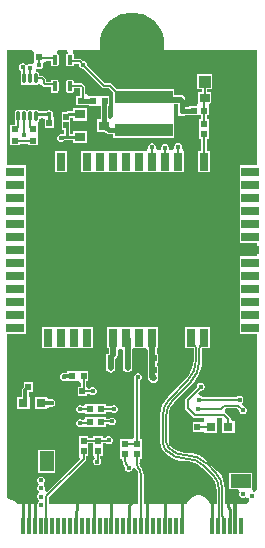
<source format=gtl>
G04*
G04 #@! TF.GenerationSoftware,Altium Limited,Altium Designer,24.4.1 (13)*
G04*
G04 Layer_Physical_Order=1*
G04 Layer_Color=255*
%FSLAX44Y44*%
%MOMM*%
G71*
G04*
G04 #@! TF.SameCoordinates,8810BBE3-700E-470D-A85D-18A7825838DF*
G04*
G04*
G04 #@! TF.FilePolarity,Positive*
G04*
G01*
G75*
%ADD13R,0.5153X0.4725*%
%ADD14R,0.5000X0.6000*%
%ADD15R,0.6000X0.5500*%
%ADD16R,0.6153X0.5725*%
%ADD17R,1.7062X1.1546*%
%ADD18R,1.1000X1.1000*%
%ADD19R,0.8000X1.5000*%
%ADD20R,1.5000X0.8000*%
%ADD21R,0.8000X0.8000*%
%ADD22R,0.9000X0.8000*%
%ADD23R,4.9000X1.1000*%
G04:AMPARAMS|DCode=24|XSize=0.4mm|YSize=0.85mm|CornerRadius=0.05mm|HoleSize=0mm|Usage=FLASHONLY|Rotation=180.000|XOffset=0mm|YOffset=0mm|HoleType=Round|Shape=RoundedRectangle|*
%AMROUNDEDRECTD24*
21,1,0.4000,0.7500,0,0,180.0*
21,1,0.3000,0.8500,0,0,180.0*
1,1,0.1000,-0.1500,0.3750*
1,1,0.1000,0.1500,0.3750*
1,1,0.1000,0.1500,-0.3750*
1,1,0.1000,-0.1500,-0.3750*
%
%ADD24ROUNDEDRECTD24*%
G04:AMPARAMS|DCode=25|XSize=0.3mm|YSize=0.8mm|CornerRadius=0.0495mm|HoleSize=0mm|Usage=FLASHONLY|Rotation=0.000|XOffset=0mm|YOffset=0mm|HoleType=Round|Shape=RoundedRectangle|*
%AMROUNDEDRECTD25*
21,1,0.3000,0.7010,0,0,0.0*
21,1,0.2010,0.8000,0,0,0.0*
1,1,0.0990,0.1005,-0.3505*
1,1,0.0990,-0.1005,-0.3505*
1,1,0.0990,-0.1005,0.3505*
1,1,0.0990,0.1005,0.3505*
%
%ADD25ROUNDEDRECTD25*%
%ADD26R,0.5725X0.6153*%
%ADD27R,1.0500X2.2000*%
%ADD28R,1.0000X1.0500*%
%ADD29R,0.3627X0.4541*%
%ADD30R,0.8500X0.6500*%
%ADD31R,0.6000X0.5000*%
%ADD32R,0.5811X0.4725*%
%ADD33R,0.4725X0.5811*%
%ADD34R,0.5500X0.6000*%
%ADD35R,0.3500X1.4500*%
%ADD36R,1.1546X1.7062*%
%ADD49C,0.1608*%
%ADD50C,0.1778*%
%ADD51C,0.3048*%
%ADD52C,0.2540*%
%ADD53C,0.5080*%
%ADD54C,0.1905*%
%ADD55C,0.3810*%
%ADD56C,0.4064*%
%ADD57C,5.5000*%
G36*
X215922Y318370D02*
X201230D01*
Y307830D01*
X201230D01*
Y307370D01*
X201230D01*
Y296830D01*
X201230D01*
Y296370D01*
X201230D01*
Y285830D01*
X201230D01*
Y285370D01*
X201230D01*
Y274830D01*
X201230D01*
Y274370D01*
X201230D01*
Y263830D01*
X201230D01*
Y263370D01*
X201230D01*
Y252830D01*
X215922D01*
Y241370D01*
X201230D01*
Y230830D01*
X201230D01*
Y230370D01*
X201230D01*
Y219830D01*
X201230D01*
Y219370D01*
X201230D01*
Y208830D01*
X201230D01*
Y208370D01*
X201230D01*
Y197830D01*
X201230D01*
Y197370D01*
X201230D01*
Y186830D01*
X201230D01*
Y186370D01*
X201230D01*
Y175830D01*
X215922D01*
X215922Y43376D01*
X213382Y42066D01*
X211970Y42943D01*
X211801Y44197D01*
X211801Y44264D01*
X211801Y44462D01*
Y58285D01*
X192199D01*
Y44199D01*
X199884D01*
X200633Y42905D01*
X201091Y41659D01*
X200698Y40710D01*
Y39397D01*
X201201Y38183D01*
X202130Y37254D01*
X203343Y36752D01*
X204657D01*
X205507Y37104D01*
X205901Y37248D01*
X208331Y36755D01*
X208558Y36543D01*
X208793Y35190D01*
X208626Y33663D01*
X208588Y33541D01*
X207209Y32162D01*
X207209Y32162D01*
X206767Y31500D01*
X188553D01*
Y44329D01*
X188620D01*
X188193Y48664D01*
X186928Y52833D01*
X184874Y56676D01*
X182111Y60044D01*
X182064Y59997D01*
X182064Y59997D01*
X174513Y67547D01*
X174513Y67547D01*
X174571Y67605D01*
X170707Y70777D01*
X166298Y73133D01*
X161514Y74584D01*
X156539Y75075D01*
Y75075D01*
X154035Y75160D01*
X152114Y75349D01*
X148589Y76419D01*
X145340Y78155D01*
X142503Y80483D01*
X142495Y80495D01*
X142486Y80501D01*
X141469Y82023D01*
X141112Y83818D01*
X141115Y83828D01*
Y107000D01*
X141090Y107122D01*
X141579Y110837D01*
X143060Y114413D01*
X145341Y117385D01*
X145445Y117455D01*
X160224Y132234D01*
X160262Y132197D01*
X163355Y135818D01*
X165843Y139879D01*
X167666Y144279D01*
X168778Y148910D01*
X169151Y153657D01*
X169098D01*
Y163214D01*
X169510Y163830D01*
X176270D01*
Y181370D01*
X165730D01*
X165730Y181370D01*
X165270D01*
Y181370D01*
X163190Y181370D01*
X154730D01*
Y163830D01*
X161991D01*
Y153697D01*
X162009Y153610D01*
X161569Y149149D01*
X160243Y144776D01*
X158089Y140746D01*
X155245Y137281D01*
X155171Y137232D01*
X140411Y122471D01*
X140411Y122471D01*
X140365Y122517D01*
X137638Y119194D01*
X135612Y115403D01*
X134364Y111290D01*
X133943Y107012D01*
X134008D01*
X134008Y107012D01*
Y83804D01*
X133947D01*
X134350Y80744D01*
X135531Y77893D01*
X135969Y77322D01*
X137433Y75388D01*
Y75388D01*
X141358Y72167D01*
X145836Y69773D01*
X150695Y68299D01*
X155749Y67801D01*
Y67801D01*
X158254Y67716D01*
X160099Y67535D01*
X163546Y66489D01*
X166722Y64791D01*
X169501Y62511D01*
X169505Y62505D01*
X177005Y55005D01*
X176996Y54995D01*
X178880Y52699D01*
X180280Y50080D01*
X181142Y47238D01*
X181433Y44282D01*
X181447D01*
Y31500D01*
X175948D01*
X175902Y31731D01*
X175007Y33894D01*
X174123Y35217D01*
X172467Y36872D01*
X171144Y37757D01*
X171144Y37757D01*
X168981Y38652D01*
X168981Y38653D01*
X167421Y38963D01*
X165079D01*
X163519Y38653D01*
X163519Y38652D01*
X161356Y37757D01*
X160033Y36872D01*
X158377Y35217D01*
X157493Y33894D01*
X157493Y33894D01*
X156597Y31731D01*
X156552Y31500D01*
X119766D01*
Y52564D01*
Y56402D01*
X119724Y56614D01*
X119382Y59209D01*
X118395Y61592D01*
X118299Y61824D01*
X116970Y63562D01*
X116270Y65848D01*
X116220Y66098D01*
X116266Y66332D01*
Y69480D01*
X118020D01*
Y77980D01*
Y86520D01*
X116266D01*
Y135950D01*
X116870Y136201D01*
X117799Y137130D01*
X118302Y138343D01*
Y139657D01*
X117799Y140870D01*
X116870Y141799D01*
X115657Y142302D01*
X114343D01*
X113130Y141799D01*
X112201Y140870D01*
X111698Y139657D01*
Y138343D01*
X111852Y137972D01*
X111734Y137381D01*
Y88334D01*
X109980Y86520D01*
X108020D01*
Y86520D01*
X99980D01*
Y77980D01*
Y69480D01*
X101750D01*
X102156Y66399D01*
X103387Y63425D01*
X103646Y63088D01*
Y61815D01*
X104149Y60602D01*
X105078Y59673D01*
X106292Y59170D01*
X107605D01*
X108819Y59673D01*
X109748Y60602D01*
X110186Y61660D01*
X110759Y61855D01*
X112790Y62010D01*
X113037Y61415D01*
X113427Y60921D01*
X114792Y58946D01*
X114848Y58863D01*
X115286Y56663D01*
X115234Y56402D01*
Y52564D01*
Y31500D01*
X39766D01*
Y37561D01*
X70602Y68398D01*
X71094Y69133D01*
X71266Y70000D01*
Y72480D01*
X73020D01*
Y82984D01*
X76980D01*
Y72480D01*
X77709D01*
X78166Y69940D01*
X77713Y69486D01*
X77210Y68273D01*
Y66959D01*
X77713Y65745D01*
X78642Y64817D01*
X79855Y64314D01*
X81169D01*
X82382Y64817D01*
X83311Y65745D01*
X83814Y66959D01*
Y68273D01*
X83311Y69486D01*
X83022Y69776D01*
Y72480D01*
X85020D01*
Y82984D01*
X88083D01*
X88292Y82775D01*
X89506Y82272D01*
X90819D01*
X92033Y82775D01*
X92962Y83704D01*
X93464Y84917D01*
Y86231D01*
X92962Y87444D01*
X92033Y88373D01*
X90819Y88876D01*
X89506D01*
X88292Y88373D01*
X87560Y87641D01*
X85020Y87818D01*
Y89520D01*
X76980D01*
Y87516D01*
X73020D01*
Y89520D01*
X64980D01*
Y80980D01*
Y72480D01*
X64980D01*
X65735Y69940D01*
X37603Y41808D01*
X35679Y43295D01*
X36182Y44509D01*
Y45823D01*
X35679Y47036D01*
X35041Y48465D01*
X35799Y49775D01*
X36302Y50988D01*
Y52302D01*
X35799Y53516D01*
X34870Y54444D01*
X33657Y54947D01*
X32343D01*
X31130Y54444D01*
X30201Y53516D01*
X29698Y52302D01*
Y50988D01*
X30201Y49775D01*
X30840Y48346D01*
X30081Y47036D01*
X29578Y45823D01*
Y44509D01*
X30081Y43295D01*
X30209Y43167D01*
X30793Y41664D01*
X30259Y39928D01*
X30201Y39870D01*
X29698Y38657D01*
Y37343D01*
X30201Y36130D01*
X30850Y34500D01*
X30201Y32870D01*
X29698Y31657D01*
Y31500D01*
X13233D01*
X12791Y32162D01*
X11412Y33541D01*
X11412Y33541D01*
X10088Y34425D01*
X10088Y34425D01*
X8286Y35172D01*
X7699Y35289D01*
X7125Y35463D01*
X6150Y35559D01*
X4078Y37200D01*
X4078Y175830D01*
X19770D01*
Y186370D01*
X19770D01*
Y186830D01*
X19770D01*
Y197370D01*
X19770D01*
Y197830D01*
X19770D01*
Y208370D01*
X19770D01*
Y208830D01*
X19770D01*
Y219370D01*
X19770D01*
Y219830D01*
X19770D01*
Y230370D01*
X19770D01*
Y230830D01*
X19770D01*
Y241370D01*
X19770D01*
Y241830D01*
X19770D01*
Y252370D01*
X19770D01*
Y252830D01*
X19770D01*
Y263370D01*
X19770D01*
Y263830D01*
X19770D01*
Y274370D01*
X19770D01*
Y274830D01*
X19770D01*
Y285370D01*
X19770D01*
Y285830D01*
X19770D01*
Y296370D01*
X19770D01*
Y296830D01*
X19770D01*
Y307370D01*
X19770D01*
Y307830D01*
X19770D01*
Y318370D01*
X4078D01*
X4078Y415922D01*
X25140D01*
X26939Y414132D01*
X26939Y413382D01*
X26939Y405868D01*
X26325Y404809D01*
X25419Y403972D01*
X25166Y403860D01*
X24043Y404325D01*
X22729D01*
X22607Y404274D01*
X20230Y403377D01*
X19301Y404306D01*
X18087Y404809D01*
X16774D01*
X15560Y404306D01*
X14631Y403377D01*
X14128Y402164D01*
Y400850D01*
X14631Y399637D01*
X15280Y398988D01*
X15615Y398203D01*
X15832Y396194D01*
X15695Y395505D01*
Y388495D01*
X15832Y387806D01*
X16222Y387223D01*
X16806Y386832D01*
X17495Y386695D01*
X19505D01*
X20194Y386832D01*
X20777Y387223D01*
X21223D01*
X21806Y386832D01*
X22495Y386695D01*
X24505D01*
X25194Y386832D01*
X26000Y387138D01*
X26806Y386832D01*
X27495Y386695D01*
X29505D01*
X30194Y386832D01*
X30362Y386945D01*
X31465Y387044D01*
X33313Y386565D01*
X33398Y386439D01*
X34439Y385398D01*
X35174Y384906D01*
X36042Y384734D01*
X41195D01*
Y381730D01*
X41333Y381039D01*
X41724Y380454D01*
X42309Y380063D01*
X43000Y379925D01*
X46000D01*
X46691Y380063D01*
X47276Y380454D01*
X47667Y381039D01*
X47805Y381730D01*
Y389230D01*
X47667Y389921D01*
X47276Y390506D01*
X46691Y390897D01*
X46000Y391035D01*
X43000D01*
X42309Y390897D01*
X41724Y390506D01*
X41333Y389921D01*
X41203Y389266D01*
X37266D01*
Y390959D01*
X37094Y391826D01*
X36602Y392561D01*
X35561Y393602D01*
X34826Y394094D01*
X33958Y394266D01*
X31305D01*
Y395505D01*
X31168Y396194D01*
X30777Y396777D01*
X30194Y397168D01*
X29505Y397305D01*
X28905Y397897D01*
X28345Y399363D01*
X28674Y399643D01*
X29731Y400307D01*
X30757Y399882D01*
X32071D01*
X33284Y400385D01*
X34213Y401314D01*
X34716Y402527D01*
Y403707D01*
X35632Y405868D01*
X37710Y406984D01*
X41195D01*
Y404230D01*
X41333Y403539D01*
X41724Y402954D01*
X42309Y402563D01*
X43000Y402425D01*
X46000D01*
X46691Y402563D01*
X47276Y402954D01*
X47667Y403539D01*
X47805Y404230D01*
Y411730D01*
X47667Y412421D01*
X47276Y413006D01*
X46691Y413397D01*
X47019Y415922D01*
X54981D01*
X55309Y413397D01*
X54724Y413006D01*
X54333Y412421D01*
X54195Y411730D01*
Y404230D01*
X54333Y403539D01*
X54724Y402954D01*
X55309Y402563D01*
X56000Y402425D01*
X59000D01*
X59691Y402563D01*
X60276Y402954D01*
X60667Y403539D01*
X60783Y404123D01*
X64672D01*
X65411Y403384D01*
Y402630D01*
X65914Y401416D01*
X66843Y400487D01*
X68057Y399985D01*
X68811D01*
X84398Y384398D01*
X85133Y383906D01*
X86000Y383734D01*
X90061D01*
X94230Y379565D01*
Y379510D01*
X94000Y379000D01*
Y359034D01*
X91563Y357770D01*
X89737Y358611D01*
Y368980D01*
X90770D01*
Y377520D01*
X83310D01*
X83230Y377520D01*
X80770D01*
X80690Y377520D01*
X73230D01*
X71118Y378554D01*
X70266Y379262D01*
Y384958D01*
X70093Y385826D01*
X69602Y386561D01*
X68561Y387602D01*
X67826Y388093D01*
X66958Y388266D01*
X60805D01*
Y389230D01*
X60667Y389921D01*
X60276Y390506D01*
X59691Y390897D01*
X59000Y391035D01*
X56000D01*
X55309Y390897D01*
X54724Y390506D01*
X54333Y389921D01*
X54195Y389230D01*
Y381730D01*
X54333Y381039D01*
X54724Y380454D01*
X55309Y380063D01*
X56000Y379925D01*
X59000D01*
X59691Y380063D01*
X60276Y380454D01*
X60667Y381039D01*
X60805Y381730D01*
Y383734D01*
X65734D01*
Y376870D01*
X62480D01*
Y369606D01*
X70831D01*
Y369606D01*
X73230Y369266D01*
Y368980D01*
X80690D01*
X80770Y368980D01*
X83263Y368866D01*
Y357270D01*
X80230D01*
Y346730D01*
X87192D01*
X88211Y345711D01*
X89261Y345009D01*
X90500Y344763D01*
X94230D01*
Y341230D01*
X145770D01*
Y354770D01*
X145500D01*
Y369230D01*
X145770D01*
Y370115D01*
X148724D01*
Y364059D01*
X148878Y363288D01*
Y360519D01*
X155045D01*
Y361182D01*
X158246D01*
Y360647D01*
X168734D01*
Y357632D01*
X166868D01*
Y348939D01*
Y340368D01*
X168734D01*
Y330370D01*
X165730D01*
Y312830D01*
X176270D01*
Y330370D01*
X173266D01*
Y340368D01*
X175132D01*
Y348939D01*
Y357632D01*
X173266D01*
Y360647D01*
X175511D01*
Y368912D01*
X175511D01*
X176315Y371119D01*
X176815D01*
Y380159D01*
X173561D01*
Y382854D01*
X177574D01*
Y395894D01*
X165034D01*
Y382854D01*
X169029D01*
Y380159D01*
X165775D01*
Y371119D01*
X165775D01*
X164971Y368912D01*
X158246D01*
Y367657D01*
X155199D01*
Y373038D01*
X154952Y374277D01*
X154777Y374539D01*
X154589Y375487D01*
X153747Y376747D01*
X152487Y377589D01*
X151000Y377885D01*
X145770D01*
Y382770D01*
X97435D01*
X92602Y387602D01*
X91867Y388093D01*
X91000Y388266D01*
X86939D01*
X72015Y403189D01*
Y403943D01*
X71513Y405157D01*
X70584Y406086D01*
X69370Y406589D01*
X68616D01*
X67213Y407991D01*
X66478Y408483D01*
X65611Y408655D01*
X60805D01*
Y411730D01*
X60667Y412421D01*
X60276Y413006D01*
X59691Y413397D01*
X60019Y415922D01*
X215922D01*
X215922Y318370D01*
D02*
G37*
%LPC*%
G36*
X29505Y365305D02*
X27495D01*
X26806Y365168D01*
X26000Y364862D01*
X25194Y365168D01*
X24505Y365305D01*
X22495D01*
X21806Y365168D01*
X21223Y364777D01*
X20777D01*
X20194Y365168D01*
X19505Y365305D01*
X17495D01*
X16806Y365168D01*
X16000Y364862D01*
X15194Y365168D01*
X14505Y365305D01*
X12495D01*
X11806Y365168D01*
X11222Y364777D01*
X10832Y364194D01*
X10696Y363505D01*
Y356495D01*
X10832Y355806D01*
X11164Y355310D01*
X10669Y352770D01*
X6730D01*
Y345230D01*
X6730D01*
Y342770D01*
X6730D01*
Y335230D01*
X15270D01*
Y336734D01*
X21730D01*
Y335230D01*
X30270D01*
Y342770D01*
X30270D01*
Y345230D01*
X30270D01*
Y352770D01*
X30270Y352770D01*
X30664Y355147D01*
X30777Y355223D01*
X31168Y355806D01*
X31305Y356495D01*
Y357968D01*
X33374Y358744D01*
X35868Y357599D01*
Y349939D01*
X44132D01*
Y358632D01*
X44132Y358632D01*
X43115Y361172D01*
X43126Y361198D01*
Y362512D01*
X42623Y363726D01*
X41694Y364655D01*
X40480Y365157D01*
X39167D01*
X37953Y364655D01*
X37452Y364153D01*
X31176D01*
X31168Y364194D01*
X30777Y364777D01*
X30194Y365168D01*
X29505Y365305D01*
D02*
G37*
G36*
X71770Y366770D02*
X60230D01*
Y364090D01*
X55302D01*
X54311Y363893D01*
X54218Y363831D01*
X50368D01*
Y355480D01*
Y348169D01*
X52503D01*
Y345090D01*
X51476D01*
X50485Y344893D01*
X50127Y344654D01*
X49258D01*
X48045Y344151D01*
X47116Y343222D01*
X46613Y342008D01*
Y340695D01*
X47116Y339481D01*
X48045Y338552D01*
X49258Y338050D01*
X50572D01*
X51786Y338552D01*
X52715Y339481D01*
X52892Y339910D01*
X60230D01*
Y337230D01*
X71770D01*
Y347770D01*
X60230D01*
Y345090D01*
X57682D01*
Y351252D01*
X57632Y351502D01*
Y358910D01*
X60230D01*
Y356230D01*
X71770D01*
Y366770D01*
D02*
G37*
G36*
X149680Y337477D02*
X148367D01*
X147153Y336975D01*
X146224Y336046D01*
X145722Y334832D01*
Y333518D01*
X145822Y333275D01*
X144534Y331031D01*
X142329Y331077D01*
X141125Y332657D01*
Y333970D01*
X140622Y335184D01*
X139693Y336113D01*
X138480Y336616D01*
X137166D01*
X135952Y336113D01*
X135023Y335184D01*
X134521Y333970D01*
Y332657D01*
X133600Y331448D01*
X132566Y331226D01*
X131790Y331362D01*
X130211Y333375D01*
Y334688D01*
X129708Y335902D01*
X128779Y336831D01*
X127566Y337334D01*
X126252D01*
X125039Y336831D01*
X124110Y335902D01*
X123607Y334688D01*
Y333375D01*
X123799Y332910D01*
X122829Y330886D01*
X122312Y330370D01*
X119190Y330370D01*
X110730Y330370D01*
X108190Y330370D01*
X99730Y330370D01*
X97190Y330370D01*
X88730Y330370D01*
X86190Y330370D01*
X77730Y330370D01*
X75190Y330370D01*
X66730D01*
Y312830D01*
X75190D01*
X77270Y312830D01*
X79810Y312830D01*
X88270Y312830D01*
X90810Y312830D01*
X99270Y312830D01*
X101810Y312830D01*
X110270Y312830D01*
X112810Y312830D01*
X121270Y312830D01*
X123810Y312830D01*
X132270Y312830D01*
X134810Y312830D01*
X143270Y312830D01*
X145810Y312830D01*
X154270D01*
Y330370D01*
X153480D01*
X152910Y331036D01*
X152074Y332910D01*
X152326Y333518D01*
Y334832D01*
X151823Y336046D01*
X150894Y336975D01*
X149680Y337477D01*
D02*
G37*
G36*
X55270Y330370D02*
X44730D01*
Y312830D01*
X55270D01*
Y330370D01*
D02*
G37*
G36*
X121730Y181370D02*
X119190Y181370D01*
X110730Y181370D01*
X108190Y181370D01*
X99730Y181370D01*
X97190Y181370D01*
X88730D01*
Y163830D01*
X90115D01*
Y158858D01*
X87962D01*
Y155417D01*
X87923Y155226D01*
X87946Y155114D01*
Y146884D01*
X88242Y145397D01*
X89084Y144137D01*
X90344Y143295D01*
X91831Y142999D01*
X93317Y143295D01*
X94577Y144137D01*
X95420Y145397D01*
X95715Y146884D01*
Y154122D01*
X96747Y154812D01*
X97589Y156072D01*
X97885Y157559D01*
Y162153D01*
X99730Y163830D01*
X100497D01*
X102293Y162034D01*
Y155037D01*
X102330Y154852D01*
Y147185D01*
X102293Y147000D01*
X102589Y145513D01*
X103431Y144253D01*
X104691Y143411D01*
X106178Y143115D01*
X107664Y143411D01*
X108925Y144253D01*
X108961Y144290D01*
X109803Y145550D01*
X110099Y147037D01*
Y155000D01*
X110062Y155185D01*
Y161567D01*
X110730Y163830D01*
X112810Y163830D01*
X121270Y163830D01*
X123115Y162153D01*
Y139214D01*
X123411Y137728D01*
X124253Y136468D01*
X125468Y135253D01*
X126728Y134411D01*
X128214Y134115D01*
X129701Y134411D01*
X130961Y135253D01*
X131803Y136513D01*
X132099Y138000D01*
X131934Y138828D01*
X132061Y141368D01*
X132061Y141368D01*
Y148632D01*
X130885D01*
Y151368D01*
X132061D01*
Y158632D01*
X130885D01*
Y163830D01*
X132270D01*
Y181370D01*
X121730Y181370D01*
D02*
G37*
G36*
X66730D02*
X64190Y181370D01*
X55730Y181370D01*
X53190Y181370D01*
X44730Y181370D01*
X42190Y181370D01*
X33730D01*
Y163830D01*
X42190D01*
X44270Y163830D01*
X46810Y163830D01*
X55270Y163830D01*
X57810Y163830D01*
X66270Y163830D01*
X68810Y163830D01*
X77270D01*
Y181370D01*
X66730Y181370D01*
D02*
G37*
G36*
X65230Y144270D02*
X62770D01*
X62690Y144270D01*
X55230D01*
Y142849D01*
X52102D01*
X51576Y142744D01*
X51445D01*
X51324Y142694D01*
X51012Y142632D01*
X50747Y142455D01*
X50232Y142241D01*
X49303Y141313D01*
X48800Y140099D01*
Y138785D01*
X49303Y137572D01*
X50232Y136643D01*
X51445Y136140D01*
X52759D01*
X55230Y135730D01*
Y135730D01*
X62690D01*
X62770Y135730D01*
X65230D01*
X66734Y133780D01*
Y130632D01*
X63939D01*
Y123368D01*
X71632D01*
Y124734D01*
X74379D01*
X74740Y124373D01*
X75954Y123870D01*
X77268D01*
X78481Y124373D01*
X79410Y125302D01*
X79913Y126515D01*
Y127829D01*
X79410Y129043D01*
X78481Y129972D01*
X77268Y130474D01*
X75954D01*
X74740Y129972D01*
X74172Y129403D01*
X71632Y129598D01*
Y130632D01*
X71266D01*
Y135730D01*
X72770D01*
Y144270D01*
X65310D01*
X65230Y144270D01*
D02*
G37*
G36*
X87520Y116020D02*
X70480D01*
Y115386D01*
X67940Y114730D01*
X67870Y114799D01*
X66657Y115302D01*
X65343D01*
X64130Y114799D01*
X63201Y113870D01*
X62698Y112657D01*
Y111343D01*
X63201Y110130D01*
X64130Y109201D01*
X65343Y108698D01*
X66657D01*
X67870Y109201D01*
X67940Y109270D01*
X70480Y108615D01*
Y107980D01*
X87520D01*
Y109734D01*
X92608D01*
X92923Y109419D01*
X94137Y108917D01*
X95450D01*
X96664Y109419D01*
X97593Y110348D01*
X98095Y111562D01*
Y112875D01*
X97593Y114089D01*
X96664Y115018D01*
X95450Y115521D01*
X94137D01*
X92923Y115018D01*
X92171Y114266D01*
X87520D01*
Y116020D01*
D02*
G37*
G36*
X38149Y122598D02*
X27608D01*
Y112058D01*
X38149D01*
Y112637D01*
X38635Y113132D01*
X40689Y114125D01*
X41135Y113940D01*
X42449D01*
X43663Y114442D01*
X44591Y115371D01*
X45094Y116585D01*
Y117898D01*
X44591Y119112D01*
X43663Y120041D01*
X42449Y120544D01*
X41135D01*
X40689Y120358D01*
X38149Y121394D01*
Y122598D01*
D02*
G37*
G36*
X25770Y135270D02*
X18230D01*
Y130759D01*
X17486Y130014D01*
X16868Y129090D01*
X16651Y128000D01*
X16651Y128000D01*
Y122598D01*
X12608D01*
Y112058D01*
X23148D01*
Y122598D01*
X22349D01*
Y126730D01*
X25770D01*
Y135270D01*
D02*
G37*
G36*
X168657Y134302D02*
X167343D01*
X166130Y133799D01*
X165201Y132870D01*
X164698Y131657D01*
Y130903D01*
X155398Y121602D01*
X154906Y120867D01*
X154734Y120000D01*
Y113000D01*
X154906Y112133D01*
X155398Y111398D01*
X161398Y105398D01*
X162133Y104906D01*
X163000Y104734D01*
X171046D01*
X171230Y102270D01*
X171230Y102194D01*
Y101463D01*
X168770Y101270D01*
Y101270D01*
X161230D01*
Y92730D01*
X168770D01*
Y92730D01*
X171230Y92537D01*
Y91730D01*
X181770D01*
Y102194D01*
X181770Y102270D01*
X181954Y104734D01*
X186046D01*
X186230Y102270D01*
X186230D01*
Y91730D01*
X196770D01*
Y102270D01*
X195767D01*
X193766Y103500D01*
X193594Y104367D01*
X193102Y105102D01*
X189602Y108602D01*
X188867Y109094D01*
X188309Y110455D01*
X189784Y112734D01*
X199061D01*
X200698Y111097D01*
Y110343D01*
X201201Y109130D01*
X202130Y108201D01*
X203343Y107698D01*
X204657D01*
X205870Y108201D01*
X206799Y109130D01*
X207302Y110343D01*
Y111657D01*
X206799Y112870D01*
X205870Y113799D01*
X204657Y114302D01*
X203903D01*
X203495Y114710D01*
X202871Y117201D01*
X203799Y118130D01*
X204302Y119343D01*
Y120657D01*
X203799Y121870D01*
X202870Y122799D01*
X201657Y123302D01*
X200343D01*
X199130Y122799D01*
X198596Y122266D01*
X169404D01*
X168870Y122799D01*
X167657Y123302D01*
X167099D01*
X165869Y125573D01*
X165853Y125649D01*
X167903Y127698D01*
X168657D01*
X169870Y128201D01*
X170799Y129130D01*
X171302Y130343D01*
Y131657D01*
X170799Y132870D01*
X169870Y133799D01*
X168657Y134302D01*
D02*
G37*
G36*
X87520Y105020D02*
X70480D01*
Y103727D01*
X67940Y103087D01*
X67859Y103168D01*
X66645Y103671D01*
X65332D01*
X64118Y103168D01*
X63189Y102240D01*
X62686Y101026D01*
Y99712D01*
X63189Y98499D01*
X64118Y97570D01*
X65332Y97067D01*
X66645D01*
X67859Y97570D01*
X67940Y97651D01*
X70480Y97012D01*
Y96980D01*
X87520D01*
Y99329D01*
X90653D01*
X91187Y98796D01*
X92400Y98293D01*
X93714D01*
X94927Y98796D01*
X95856Y99725D01*
X96359Y100939D01*
Y102252D01*
X95856Y103466D01*
X94927Y104395D01*
X93714Y104897D01*
X92400D01*
X91187Y104395D01*
X90653Y103861D01*
X87520D01*
Y105020D01*
D02*
G37*
G36*
X44801Y77801D02*
X30715D01*
Y58199D01*
X44801D01*
Y77801D01*
D02*
G37*
%LPD*%
D13*
X106214Y155000D02*
D03*
X113786D02*
D03*
X67786Y127000D02*
D03*
X60214D02*
D03*
X135786Y145000D02*
D03*
X128214D02*
D03*
X135786Y155000D02*
D03*
X128214D02*
D03*
X84237Y155226D02*
D03*
X91808D02*
D03*
D14*
X77000Y373250D02*
D03*
X87000D02*
D03*
X165000Y97000D02*
D03*
X155000D02*
D03*
X22000Y131000D02*
D03*
X32000D02*
D03*
X59000Y140000D02*
D03*
X69000D02*
D03*
D15*
X83250Y101000D02*
D03*
X74750D02*
D03*
X83250Y112000D02*
D03*
X74750D02*
D03*
D16*
X162593Y364779D02*
D03*
X171164D02*
D03*
X22714Y410000D02*
D03*
X31286D02*
D03*
D17*
X202000Y51242D02*
D03*
Y76758D02*
D03*
D18*
X184000Y194600D02*
D03*
X163000Y194600D02*
D03*
X142000D02*
D03*
X121000D02*
D03*
X100000D02*
D03*
X79000D02*
D03*
X58000D02*
D03*
X37000D02*
D03*
X184000Y215600D02*
D03*
X163000Y215600D02*
D03*
X142000D02*
D03*
X121000D02*
D03*
X100000D02*
D03*
X79000D02*
D03*
X58000D02*
D03*
X37000D02*
D03*
X184000Y236600D02*
D03*
X163000Y236600D02*
D03*
X142000D02*
D03*
X121000D02*
D03*
X100000D02*
D03*
X79000D02*
D03*
X58000D02*
D03*
X37000D02*
D03*
X184000Y257600D02*
D03*
X163000Y257600D02*
D03*
X142000D02*
D03*
X121000D02*
D03*
X100000D02*
D03*
X79000D02*
D03*
X58000D02*
D03*
X37000D02*
D03*
X184000Y278600D02*
D03*
X163000Y278600D02*
D03*
X142000D02*
D03*
X121000D02*
D03*
X100000D02*
D03*
X79000D02*
D03*
X58000D02*
D03*
X37000D02*
D03*
X184000Y299600D02*
D03*
X163000Y299600D02*
D03*
X142000D02*
D03*
X121000D02*
D03*
X100000D02*
D03*
X79000D02*
D03*
X58000D02*
D03*
X37000D02*
D03*
D19*
X182000Y172600D02*
D03*
X171000D02*
D03*
X160000D02*
D03*
X149000D02*
D03*
X138000D02*
D03*
X127000D02*
D03*
X116000D02*
D03*
X105000D02*
D03*
X94000D02*
D03*
X83000D02*
D03*
X72000D02*
D03*
X61000D02*
D03*
X50000D02*
D03*
X39000D02*
D03*
Y321600D02*
D03*
X50000D02*
D03*
X61000D02*
D03*
X72000D02*
D03*
X83000D02*
D03*
X94000D02*
D03*
X105000D02*
D03*
X116000D02*
D03*
X127000D02*
D03*
X138000D02*
D03*
X149000D02*
D03*
X160000D02*
D03*
X171000D02*
D03*
X182000D02*
D03*
D20*
X11000Y181100D02*
D03*
Y192100D02*
D03*
Y203100D02*
D03*
Y214100D02*
D03*
Y225100D02*
D03*
Y236100D02*
D03*
Y247100D02*
D03*
Y258100D02*
D03*
Y269100D02*
D03*
Y280100D02*
D03*
Y291100D02*
D03*
Y302100D02*
D03*
Y313100D02*
D03*
X210000D02*
D03*
Y258100D02*
D03*
Y269100D02*
D03*
Y302100D02*
D03*
Y291100D02*
D03*
Y280100D02*
D03*
Y247100D02*
D03*
Y236100D02*
D03*
Y225100D02*
D03*
Y214100D02*
D03*
Y203100D02*
D03*
Y192100D02*
D03*
Y181100D02*
D03*
D21*
X191500Y97000D02*
D03*
X176500D02*
D03*
X32878Y117328D02*
D03*
X17879D02*
D03*
D22*
X66000Y361500D02*
D03*
Y342500D02*
D03*
X86000Y352000D02*
D03*
D23*
X120000Y348000D02*
D03*
Y376000D02*
D03*
D24*
X44500Y385480D02*
D03*
X51000D02*
D03*
X57500D02*
D03*
Y407980D02*
D03*
X44500D02*
D03*
D25*
X13500Y360000D02*
D03*
X18500D02*
D03*
X23500D02*
D03*
X28500D02*
D03*
X13500Y392000D02*
D03*
X18500D02*
D03*
X23500D02*
D03*
X28500D02*
D03*
D26*
X171000Y353286D02*
D03*
Y344714D02*
D03*
X40000Y345714D02*
D03*
Y354286D02*
D03*
D27*
X156554Y404624D02*
D03*
X186054D02*
D03*
D28*
X171304Y389374D02*
D03*
D29*
X151962Y357973D02*
D03*
Y364059D02*
D03*
D30*
X171295Y375639D02*
D03*
X183795D02*
D03*
D31*
X11000Y339000D02*
D03*
Y349000D02*
D03*
X26000Y339000D02*
D03*
Y349000D02*
D03*
D32*
X66655Y373238D02*
D03*
X59345D02*
D03*
D33*
X54000Y352345D02*
D03*
Y359655D02*
D03*
D34*
X114000Y73750D02*
D03*
Y82250D02*
D03*
X104000Y73750D02*
D03*
Y82250D02*
D03*
X69000Y85250D02*
D03*
Y76750D02*
D03*
X81000Y85250D02*
D03*
Y76750D02*
D03*
D35*
X17500Y12750D02*
D03*
X22500D02*
D03*
X27500D02*
D03*
X32500D02*
D03*
X37500D02*
D03*
X42500D02*
D03*
X47500D02*
D03*
X52500D02*
D03*
X57500D02*
D03*
X62500D02*
D03*
X67500D02*
D03*
X72500D02*
D03*
X77500D02*
D03*
X82500D02*
D03*
X87500D02*
D03*
X92500D02*
D03*
X97500D02*
D03*
X102500D02*
D03*
X107500D02*
D03*
X112500D02*
D03*
X117500D02*
D03*
X122500D02*
D03*
X127500D02*
D03*
X132500D02*
D03*
X137500D02*
D03*
X142500D02*
D03*
X147500D02*
D03*
X152500D02*
D03*
X187500D02*
D03*
X192500D02*
D03*
X197500D02*
D03*
X202500D02*
D03*
X182500D02*
D03*
X177500D02*
D03*
D36*
X12242Y68000D02*
D03*
X37758D02*
D03*
D49*
X166984Y163879D02*
G03*
X167804Y165859I-1980J1980D01*
G01*
X158729Y133729D02*
G03*
X166984Y153657I-19928J19928D01*
G01*
X143950Y118950D02*
G03*
X139000Y107000I11950J-11950D01*
G01*
Y83828D02*
G03*
X141000Y79000I6828J0D01*
G01*
D02*
G03*
X155780Y72878I14780J14780D01*
G01*
X173018Y66052D02*
G03*
X156539Y72878I-16479J-16479D01*
G01*
X186439Y44329D02*
G03*
X180568Y58502I-20043J0D01*
G01*
X164106Y163879D02*
G03*
X163317Y165783I-2693J0D01*
G01*
X156666Y135736D02*
G03*
X164106Y153697I-17960J17960D01*
G01*
X141906Y120976D02*
G03*
X136122Y107012I13964J-13964D01*
G01*
X136122Y83804D02*
G03*
X138948Y76982I9647J0D01*
G01*
X138987Y76943D02*
G03*
X155749Y70000I16761J16761D01*
G01*
X171000Y64000D02*
G03*
X156515Y70000I-14485J-14485D01*
G01*
X183561Y44282D02*
G03*
X178500Y56500I-17279J0D01*
G01*
X160000Y172600D02*
G03*
X162475Y166625I8450J0D01*
G01*
X170311Y171911D02*
G03*
X167804Y165859I6052J-6052D01*
G01*
X166984Y163879D02*
Y163879D01*
Y163879D02*
Y163879D01*
Y153657D02*
Y163879D01*
X143950Y118950D02*
X158729Y133729D01*
X139000Y83828D02*
Y107000D01*
X155780Y72878D02*
X156539D01*
X173018Y66052D02*
X180568Y58502D01*
X186439Y21222D02*
Y44329D01*
X162475Y166625D02*
X163317Y165783D01*
X164106Y153697D02*
Y163879D01*
X141906Y120976D02*
X156666Y135736D01*
X136122Y83804D02*
Y107012D01*
X138948Y76982D02*
X138987Y76943D01*
X155749Y70000D02*
X156515D01*
X171000Y64000D02*
X178500Y56500D01*
X183561Y21222D02*
Y44282D01*
X170311Y171911D02*
X171000Y172600D01*
X186439Y21222D02*
X186554Y21107D01*
Y13696D02*
Y21107D01*
Y13696D02*
X187500Y12750D01*
X183446Y21107D02*
X183561Y21222D01*
X183446Y13696D02*
Y21107D01*
X182500Y12750D02*
X183446Y13696D01*
D50*
X114000Y66332D02*
G03*
X114984Y62477I8043J0D01*
G01*
X116411Y60589D02*
G03*
X114984Y62477I-7502J-4187D01*
G01*
X117500Y56402D02*
G03*
X116411Y60589I-8592J0D01*
G01*
X104000Y69590D02*
G03*
X106943Y62477I10066J0D01*
G01*
D02*
G03*
X106948Y62472I7123J7113D01*
G01*
D51*
X17879Y117328D02*
X19500Y118950D01*
Y128000D01*
X22000Y130500D01*
Y131000D01*
X190545Y43935D02*
X190820D01*
X192623Y42132D01*
X193937D01*
X197500Y38569D01*
Y12750D02*
Y38569D01*
X52102Y140000D02*
X59000D01*
X52102Y139442D02*
Y140000D01*
X53051Y127000D02*
X60214D01*
X53051Y126729D02*
Y127000D01*
X32878Y117328D02*
X41792D01*
Y117242D02*
Y117328D01*
X32000Y131000D02*
X39452D01*
Y130651D02*
Y131000D01*
D52*
X55092Y342500D02*
X66000D01*
X55092D02*
Y351252D01*
X49915Y341352D02*
X50328D01*
X51476Y342500D01*
X55092D01*
X191000Y28879D02*
Y37000D01*
Y28879D02*
X192500Y27379D01*
Y12750D02*
Y27379D01*
X28500Y360000D02*
Y361334D01*
X28730Y361564D01*
X39532D01*
X39824Y361855D01*
X40000Y361679D01*
Y354286D02*
Y361679D01*
X54000Y352345D02*
X55092Y351252D01*
X55302Y361500D02*
X66000D01*
X63000Y26388D02*
Y38000D01*
X77500Y12750D02*
Y34000D01*
X62500Y12750D02*
Y25888D01*
X63000Y26388D01*
X176000Y43588D02*
X177500Y42088D01*
Y12750D02*
Y42088D01*
X176000Y43588D02*
Y44000D01*
X111000Y34588D02*
Y35000D01*
X107500Y31088D02*
X111000Y34588D01*
X107500Y12750D02*
Y31088D01*
X152000Y36000D02*
X152500Y35500D01*
Y12750D02*
Y35500D01*
X137000Y36000D02*
X137500Y35500D01*
Y12750D02*
Y35500D01*
X122500Y34500D02*
X123000Y35000D01*
X122500Y12750D02*
Y34500D01*
X92500Y33500D02*
X93000Y34000D01*
X92500Y12750D02*
Y33500D01*
X27500Y12750D02*
Y36000D01*
X27000Y12750D02*
X27500D01*
X22500D02*
Y36000D01*
X17500Y12750D02*
Y35000D01*
D53*
X113786Y155000D02*
X115000Y153786D01*
Y146000D02*
Y153786D01*
X106178Y147000D02*
X106214Y147037D01*
Y155000D01*
X135786Y145000D02*
X144847D01*
X145027Y145180D01*
X127000Y139214D02*
Y172600D01*
Y139214D02*
X128214Y138000D01*
X181826Y161442D02*
X182000Y161616D01*
Y172600D01*
X148849Y161221D02*
Y172449D01*
X149000Y172600D01*
X138000D02*
X138262Y172338D01*
Y162104D02*
Y172338D01*
X83000Y172600D02*
X83228Y172372D01*
Y162104D02*
Y172372D01*
X84200Y155189D02*
X84237Y155226D01*
X84200Y147200D02*
Y155189D01*
X83000Y146000D02*
X84200Y147200D01*
X105000Y172600D02*
X106178Y171422D01*
Y155037D02*
Y171422D01*
Y155037D02*
X106214Y155000D01*
X91831Y146884D02*
Y155204D01*
X91808Y155226D02*
X91831Y155204D01*
X94000Y157559D02*
Y172600D01*
X122000Y374000D02*
X151000D01*
X120000Y376000D02*
X122000Y374000D01*
D54*
X69000Y127000D02*
X76611D01*
X114000Y137381D02*
X115000Y138381D01*
Y139000D01*
X114000Y82250D02*
Y137381D01*
X157000Y113000D02*
Y120000D01*
X168000Y131000D01*
X157000Y113000D02*
X163000Y107000D01*
X188000D01*
X191500Y97000D02*
Y103500D01*
X188000Y107000D02*
X191500Y103500D01*
X188000Y115000D02*
X200000D01*
X204000Y111000D01*
X166000Y112000D02*
X185000D01*
X188000Y115000D01*
X167000Y120000D02*
X201000D01*
X155000Y97000D02*
Y105997D01*
X154373D02*
X155000D01*
X165000Y97000D02*
X176500D01*
X69000Y127000D02*
Y140000D01*
X67786Y127000D02*
X69000D01*
X76611D02*
Y127172D01*
X89838Y85250D02*
X90162Y85574D01*
X81000Y85250D02*
X89838D01*
X69000D02*
X81000D01*
X69000Y70000D02*
Y76750D01*
X37500Y38500D02*
X69000Y70000D01*
X37500Y12750D02*
Y38500D01*
X80756Y76506D02*
X81000Y76750D01*
X80756Y67860D02*
Y76506D01*
X80512Y67616D02*
X80756Y67860D01*
X117500Y52564D02*
Y56402D01*
Y12750D02*
Y52564D01*
X114000Y66332D02*
Y73750D01*
X104000Y69590D02*
Y73750D01*
Y82250D02*
X114000D01*
X83845Y101595D02*
X93057D01*
X83250Y101000D02*
X83845Y101595D01*
X94575Y112000D02*
X94793Y112219D01*
X83250Y112000D02*
X94575D01*
X65988Y100369D02*
X74119D01*
X74750Y101000D01*
X66000Y112000D02*
X74750D01*
X149000Y334152D02*
X149024Y334175D01*
X149000Y321600D02*
Y334152D01*
X137823Y333314D02*
X138000Y333136D01*
Y321600D02*
Y333136D01*
X126909Y334032D02*
X127000Y333941D01*
Y321600D02*
Y333941D01*
X68713Y403287D02*
X86000Y386000D01*
X65611Y406389D02*
X68713Y403287D01*
X18500Y392000D02*
Y399819D01*
X17430Y400888D02*
X18500Y399819D01*
X17430Y400888D02*
Y401507D01*
X22592Y409878D02*
X22714Y410000D01*
X14291Y409878D02*
X22592D01*
X11151Y401828D02*
X13500Y399480D01*
Y392000D02*
Y399480D01*
X23386Y401023D02*
X23500Y400909D01*
Y392000D02*
Y400909D01*
X101000Y376000D02*
X120000D01*
X91000Y386000D02*
X101000Y376000D01*
X86000Y386000D02*
X91000D01*
X57500Y407500D02*
Y409250D01*
Y407500D02*
X58611Y406389D01*
X65611D01*
X51000Y371000D02*
X54000Y374000D01*
X59345D01*
X50396Y377474D02*
X51000Y378078D01*
Y386750D01*
X58250Y386000D02*
X66958D01*
X66655Y374000D02*
X68000Y375345D01*
Y384958D01*
X66958Y386000D02*
X68000Y384958D01*
X57500Y386750D02*
X58250Y386000D01*
X35000Y388041D02*
Y390959D01*
X44250Y387000D02*
X44500Y386750D01*
X36042Y387000D02*
X44250D01*
X35000Y388041D02*
X36042Y387000D01*
X28500Y392000D02*
X33958D01*
X35000Y390959D01*
X31414Y409872D02*
X32036Y409250D01*
X31286Y410000D02*
X31414Y409872D01*
Y403184D02*
Y409872D01*
X32036Y409250D02*
X44500D01*
X11000Y339000D02*
X26000D01*
X18510Y344004D02*
X18519Y343994D01*
X18500Y360000D02*
X18510Y359991D01*
Y344004D02*
Y359991D01*
X25500Y349000D02*
X26000D01*
X13500Y351000D02*
Y360000D01*
X11500Y349000D02*
X13500Y351000D01*
X11000Y349000D02*
X11500D01*
X23500Y351000D02*
Y360000D01*
Y351000D02*
X25500Y349000D01*
X171295Y375639D02*
Y389365D01*
X171304Y389374D01*
X171164Y364779D02*
Y375508D01*
X171295Y375639D01*
X171000Y353286D02*
Y364616D01*
X171164Y364779D01*
X171000Y321600D02*
Y344714D01*
X171000Y344714D02*
X171000Y344714D01*
D55*
X67948Y373250D02*
X77000D01*
X86000Y352000D02*
X86500Y352500D01*
Y372750D01*
X87000Y373250D01*
X90500Y348000D02*
X120000D01*
X86500Y352000D02*
X90500Y348000D01*
X151962Y364328D02*
Y373038D01*
Y364059D02*
Y364328D01*
X152053Y364419D01*
X162233D01*
X162593Y364779D01*
X151000Y374000D02*
X151962Y373038D01*
D56*
X211156Y38620D02*
D03*
X126000Y100000D02*
D03*
X104000Y107000D02*
D03*
X209830Y407680D02*
D03*
Y397520D02*
D03*
Y387360D02*
D03*
Y377200D02*
D03*
Y367040D02*
D03*
Y356880D02*
D03*
Y346720D02*
D03*
Y336560D02*
D03*
Y326400D02*
D03*
X199670Y407680D02*
D03*
Y397520D02*
D03*
Y387360D02*
D03*
Y377200D02*
D03*
Y367040D02*
D03*
Y356880D02*
D03*
Y346720D02*
D03*
Y336560D02*
D03*
Y326400D02*
D03*
X189510Y387360D02*
D03*
Y367040D02*
D03*
Y356880D02*
D03*
Y346720D02*
D03*
Y336560D02*
D03*
Y326400D02*
D03*
X179350Y367040D02*
D03*
Y356880D02*
D03*
Y346720D02*
D03*
Y336560D02*
D03*
X169190Y407680D02*
D03*
X159030Y387360D02*
D03*
Y377200D02*
D03*
Y356880D02*
D03*
Y346720D02*
D03*
Y336560D02*
D03*
X148870Y387360D02*
D03*
Y346720D02*
D03*
X138710Y397520D02*
D03*
Y387360D02*
D03*
X128550D02*
D03*
X118390D02*
D03*
X98070D02*
D03*
X87910Y306080D02*
D03*
X77750Y407680D02*
D03*
Y387360D02*
D03*
Y356880D02*
D03*
X67590Y397520D02*
D03*
Y306080D02*
D03*
Y295920D02*
D03*
Y285760D02*
D03*
Y275600D02*
D03*
X190545Y43935D02*
D03*
X115000Y146000D02*
D03*
X106178Y147000D02*
D03*
X115000Y139000D02*
D03*
X168000Y131000D02*
D03*
X204000Y111000D02*
D03*
X166000Y112000D02*
D03*
X201000Y120000D02*
D03*
X167000D02*
D03*
X154373Y105997D02*
D03*
X210000Y181100D02*
D03*
Y192100D02*
D03*
X76611Y127172D02*
D03*
X52102Y139442D02*
D03*
X53051Y126729D02*
D03*
X41792Y117242D02*
D03*
X39452Y130651D02*
D03*
X12000Y65000D02*
D03*
Y74000D02*
D03*
X37758Y73000D02*
D03*
X37000Y64000D02*
D03*
X206000Y52000D02*
D03*
X197000D02*
D03*
X207000Y77000D02*
D03*
X198000D02*
D03*
X204000Y40054D02*
D03*
X191000Y37000D02*
D03*
X90162Y85574D02*
D03*
X80512Y67616D02*
D03*
X106948Y62472D02*
D03*
X93057Y101595D02*
D03*
X94793Y112219D02*
D03*
X65988Y100369D02*
D03*
X66000Y112000D02*
D03*
X145027Y145180D02*
D03*
X128214Y138000D02*
D03*
X181826Y161442D02*
D03*
X148849Y161221D02*
D03*
X138262Y162104D02*
D03*
X83228D02*
D03*
X83000Y146000D02*
D03*
X91831Y146884D02*
D03*
X37000Y194600D02*
D03*
X58000D02*
D03*
X79000D02*
D03*
X100000Y194000D02*
D03*
X121000Y194600D02*
D03*
X142000D02*
D03*
X163000D02*
D03*
X184000Y194600D02*
D03*
X37000Y215600D02*
D03*
X58000D02*
D03*
X79000D02*
D03*
X100000Y215000D02*
D03*
X121000Y215600D02*
D03*
X142000D02*
D03*
X163000D02*
D03*
X184000Y215600D02*
D03*
X37000Y236600D02*
D03*
X58000D02*
D03*
X79000D02*
D03*
X100000Y236000D02*
D03*
X121000Y236600D02*
D03*
X142000D02*
D03*
X163000D02*
D03*
X184000Y236600D02*
D03*
X37000Y257000D02*
D03*
X58000D02*
D03*
X79000D02*
D03*
X100000Y256400D02*
D03*
X121000Y257000D02*
D03*
X142000D02*
D03*
X163000D02*
D03*
X184000Y257000D02*
D03*
X37000Y278600D02*
D03*
X58000D02*
D03*
X79000D02*
D03*
X100000Y278000D02*
D03*
X121000Y278600D02*
D03*
X142000D02*
D03*
X163000D02*
D03*
X184000Y278600D02*
D03*
Y299600D02*
D03*
X163000Y299600D02*
D03*
X142000D02*
D03*
X121000D02*
D03*
X100000Y299000D02*
D03*
X79000Y299600D02*
D03*
X58000D02*
D03*
X37000D02*
D03*
X210000Y203100D02*
D03*
Y214100D02*
D03*
Y236100D02*
D03*
Y258100D02*
D03*
Y302100D02*
D03*
Y313100D02*
D03*
X149024Y334175D02*
D03*
X137823Y333314D02*
D03*
X126909Y334032D02*
D03*
X17430Y401507D02*
D03*
X68713Y403287D02*
D03*
X14291Y409878D02*
D03*
X11151Y401828D02*
D03*
X53974Y359649D02*
D03*
X23386Y401023D02*
D03*
X51000Y371000D02*
D03*
X50396Y377474D02*
D03*
X31414Y403184D02*
D03*
X11000Y339000D02*
D03*
X18519Y343994D02*
D03*
X26000Y349000D02*
D03*
X11000D02*
D03*
X49915Y341352D02*
D03*
X39824Y361855D02*
D03*
X63000Y38000D02*
D03*
X176000Y44000D02*
D03*
X111000Y35000D02*
D03*
X152000Y36000D02*
D03*
X137000D02*
D03*
X123000Y35000D02*
D03*
X93000Y34000D02*
D03*
X33000Y31000D02*
D03*
Y38000D02*
D03*
X32880Y45166D02*
D03*
X33000Y51645D02*
D03*
X15000Y50312D02*
D03*
X12791Y42000D02*
D03*
X6395Y41971D02*
D03*
X6826Y50312D02*
D03*
D57*
X110000Y420000D02*
D03*
M02*

</source>
